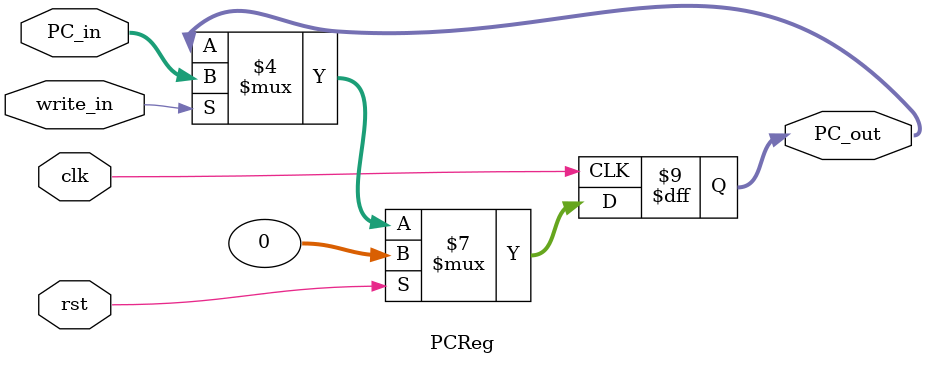
<source format=v>
module PCReg(PC_out, PC_in, clk, rst, write_in);

  output reg [31:0] PC_out;
  input [31:0] PC_in;
  input clk, rst, write_in;

  always@(posedge clk) begin
    if(rst == 1'b1)
      PC_out <= 32'b0;
    else
      if(write_in == 1'b1)
        PC_out <= PC_in;
  end

endmodule

</source>
